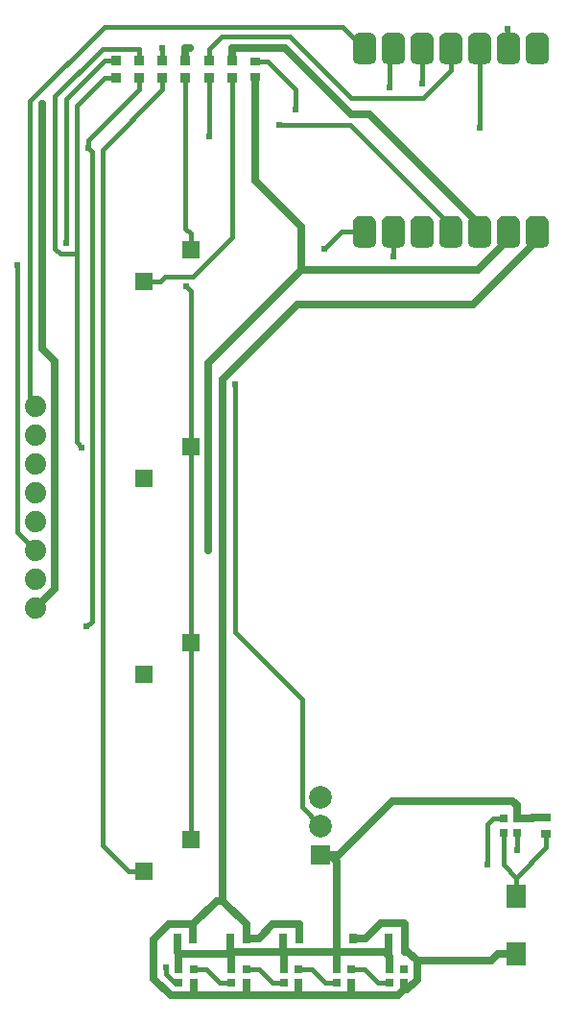
<source format=gtl>
G04 Layer: TopLayer*
G04 EasyEDA v6.5.15, 2022-09-14 21:09:58*
G04 b6703ba792d845058589b0d9c50fe8b8,8325645c73b1497a9d20913bdd0b9c8b,10*
G04 Gerber Generator version 0.2*
G04 Scale: 100 percent, Rotated: No, Reflected: No *
G04 Dimensions in millimeters *
G04 leading zeros omitted , absolute positions ,4 integer and 5 decimal *
%FSLAX45Y45*%
%MOMM*%

%AMMACRO1*21,1,$1,$2,0,0,$3*%
%ADD10C,0.7000*%
%ADD11C,0.4000*%
%ADD12MACRO1,0.864X0.8065X0.0000*%
%ADD13R,0.8640X0.8065*%
%ADD14MACRO1,1.62X2.0464X0.0000*%
%ADD15R,0.8000X0.9000*%
%ADD16R,0.8000X0.7000*%
%ADD17R,0.9000X0.8000*%
%ADD18R,0.7000X0.8000*%
%ADD19C,1.8796*%
%ADD20R,1.6000X1.6000*%
%ADD21C,2.0000*%
%ADD22R,1.8000X1.8000*%
%ADD23C,0.6100*%
%ADD24C,0.0108*%

%LPD*%
D10*
X241300Y-889000D02*
G01*
X413893Y-716406D01*
X413893Y1288973D01*
X303809Y1399057D01*
X303809Y3555364D01*
X4161485Y2427503D02*
G01*
X4161485Y2489580D01*
X3184931Y3466134D01*
X3029229Y3466134D01*
X2443911Y4051452D01*
X1974519Y4051452D01*
X1974519Y3936136D02*
G01*
X1974519Y4051452D01*
X2435301Y-3919626D02*
G01*
X2430170Y-3919626D01*
X2429992Y-3919448D01*
X2899663Y-3919626D02*
G01*
X2435301Y-3919626D01*
X2435301Y-3963847D02*
G01*
X2435301Y-3919626D01*
X2435301Y-4073855D02*
G01*
X2435301Y-3963847D01*
X2899663Y-3919626D02*
G01*
X2901797Y-3917492D01*
X2899663Y-4073855D02*
G01*
X2899663Y-3919626D01*
X2429992Y-3919448D02*
G01*
X1964131Y-3919448D01*
X2429992Y-3917314D02*
G01*
X2429992Y-3919448D01*
X2901797Y-3917492D02*
G01*
X3317646Y-3917492D01*
X3338245Y-3938066D01*
X2901797Y-3873144D02*
G01*
X2901797Y-3917492D01*
X3338245Y-3938066D02*
G01*
X3364001Y-3963847D01*
X3338245Y-3938066D02*
G01*
X3358997Y-3917314D01*
X3358997Y-3797300D02*
G01*
X3358997Y-3917314D01*
X3364001Y-4073855D02*
G01*
X3364001Y-3963847D01*
X1492097Y-3797300D02*
G01*
X1492097Y-3917314D01*
X1530121Y-3940352D02*
G01*
X1507083Y-3917314D01*
X1492097Y-3917314D01*
X1947468Y-3940352D02*
G01*
X1530121Y-3940352D01*
X1530121Y-3940352D02*
G01*
X1506626Y-3963847D01*
X1964131Y-3919448D02*
G01*
X1961997Y-3917314D01*
X1961997Y-3889882D01*
X1964131Y-3919448D02*
G01*
X1947468Y-3936111D01*
X1947468Y-3940352D01*
X1947468Y-3940352D02*
G01*
X1970963Y-3963847D01*
X1506626Y-4073855D02*
G01*
X1506626Y-3963847D01*
X2184400Y3493262D02*
G01*
X2184400Y3790797D01*
X2589225Y2093417D02*
G01*
X2589225Y2470353D01*
X2184400Y2875178D01*
X2184400Y3493262D01*
X1566976Y4051452D02*
G01*
X1604695Y4051452D01*
X1605508Y4050639D01*
X1566976Y3936136D02*
G01*
X1566976Y4051452D01*
X1769084Y-378993D02*
G01*
X1769084Y1273276D01*
X2589225Y2093417D01*
X2589225Y2093417D02*
G01*
X4145508Y2093417D01*
X4415485Y2363393D01*
X4415485Y2427503D01*
X1970963Y-4073855D02*
G01*
X1970963Y-3963847D01*
X2838399Y-3060700D02*
G01*
X2901797Y-3124098D01*
X2901797Y-3797300D01*
X2838399Y-3060700D02*
G01*
X2920898Y-3060700D01*
X2755900Y-3060700D02*
G01*
X2838399Y-3060700D01*
X2920898Y-3060700D02*
G01*
X3393947Y-2587650D01*
X4453254Y-2587650D01*
X4492294Y-2626690D01*
X4492294Y-2741701D02*
G01*
X4492294Y-2626690D01*
X2901797Y-3797300D02*
G01*
X2901797Y-3873144D01*
X4689805Y-2736697D02*
G01*
X4749800Y-2736697D01*
X1961997Y-3797300D02*
G01*
X1961997Y-3807510D01*
X1961997Y-3843578D02*
G01*
X1961997Y-3889882D01*
X1961997Y-3843578D02*
G01*
X1961997Y-3807510D01*
X2429992Y-3797300D02*
G01*
X2429992Y-3917314D01*
X4689805Y-2736697D02*
G01*
X4629784Y-2736697D01*
X4492294Y-2741701D02*
G01*
X4624781Y-2741701D01*
X4629784Y-2736697D01*
D11*
X241300Y-381000D02*
G01*
X78460Y-218160D01*
X78460Y2132634D01*
X2393695Y3370961D02*
G01*
X3020415Y3370961D01*
X3907510Y2483865D01*
X3907510Y2427503D01*
X3399510Y2427503D02*
G01*
X3399510Y2208961D01*
X3145510Y2427503D02*
G01*
X2946781Y2427503D01*
X2793847Y2274570D01*
X3653510Y4044010D02*
G01*
X3653510Y3737584D01*
X3399510Y4044010D02*
G01*
X3369995Y4014495D01*
X3369995Y3698722D01*
X3145510Y4044010D02*
G01*
X2951683Y4237837D01*
X851712Y4237837D01*
X194767Y3580892D01*
X194767Y935532D01*
X241300Y889000D01*
X955675Y3936136D02*
G01*
X852474Y3936136D01*
X512445Y2329357D02*
G01*
X512445Y3596106D01*
X852474Y3936136D01*
X1199895Y1990344D02*
G01*
X1339900Y1990344D01*
X1974519Y3785463D02*
G01*
X1974519Y2382926D01*
X1627911Y2036318D01*
X1385874Y2036318D01*
X1339900Y1990344D01*
D10*
X3609187Y-3999915D02*
G01*
X3526586Y-3917314D01*
X3499002Y-3917314D01*
X3493998Y-4248835D02*
G01*
X3521583Y-4248835D01*
X3609187Y-4161231D01*
X3609187Y-3999915D01*
X3609187Y-3999915D02*
G01*
X4266717Y-3999915D01*
X4327093Y-3939539D01*
X4483100Y-3939539D02*
G01*
X4327093Y-3939539D01*
X3029661Y-4303852D02*
G01*
X3029838Y-4304029D01*
X3438804Y-4304029D01*
X3493998Y-4248835D01*
X3499002Y-3797300D02*
G01*
X3499002Y-3917314D01*
X2100961Y-4304741D02*
G01*
X2564434Y-4304741D01*
X2565323Y-4303852D01*
X2100961Y-4304741D02*
G01*
X2100961Y-4303852D01*
X1636623Y-4303852D02*
G01*
X1637512Y-4304741D01*
X2100961Y-4304741D01*
X2565323Y-4193844D02*
G01*
X2565323Y-4303852D01*
X2565323Y-4303852D02*
G01*
X2565501Y-4304029D01*
X3029483Y-4304029D01*
X3029661Y-4303852D01*
X3029661Y-4193844D02*
G01*
X3029661Y-4303852D01*
X3493998Y-4193844D02*
G01*
X3493998Y-4248835D01*
X1891842Y-3467125D02*
G01*
X1842262Y-3467125D01*
X1632102Y-3677285D01*
X1632102Y-3677285D02*
G01*
X1631086Y-3676269D01*
X1418869Y-3676269D01*
X1284401Y-3810736D01*
X1284401Y-4155389D01*
X1433042Y-4304029D01*
X1636445Y-4304029D01*
X1636623Y-4303852D01*
X1891842Y-3467125D02*
G01*
X2102002Y-3677285D01*
X4669485Y2427503D02*
G01*
X4669485Y2354249D01*
X4103115Y1787880D01*
X2553106Y1787880D01*
X1891842Y1126617D01*
X1891842Y-3467125D01*
X3041802Y-3797300D02*
G01*
X3156813Y-3797300D01*
X3499002Y-3797300D02*
G01*
X3499002Y-3677285D01*
X3499002Y-3677285D02*
G01*
X3489045Y-3667328D01*
X3286785Y-3667328D01*
X3156813Y-3797300D01*
X2102002Y-3797300D02*
G01*
X2102002Y-3677285D01*
X2569997Y-3677285D02*
G01*
X2569819Y-3677107D01*
X2337206Y-3677107D01*
X2217013Y-3797300D01*
X1632102Y-3797300D02*
G01*
X1632102Y-3677285D01*
X1636623Y-4276420D02*
G01*
X1636623Y-4303852D01*
X1636623Y-4193844D02*
G01*
X1636623Y-4276420D01*
X2102002Y-3797300D02*
G01*
X2217013Y-3797300D01*
X2569997Y-3797300D02*
G01*
X2569997Y-3677285D01*
X2100961Y-4193844D02*
G01*
X2100961Y-4303852D01*
D11*
X4483100Y-3264128D02*
G01*
X4749800Y-2997428D01*
X4749800Y-2876702D01*
X4483100Y-3426460D02*
G01*
X4483100Y-3264128D01*
X4372305Y-2871698D02*
G01*
X4372305Y-3153333D01*
X4483100Y-3264128D01*
X3907510Y4044010D02*
G01*
X3907510Y3851503D01*
X3661181Y3605174D01*
X3024759Y3605174D01*
X2481783Y4148150D01*
X1882470Y4148150D01*
X1770761Y4036440D01*
X1770761Y3936136D02*
G01*
X1770761Y4036440D01*
X4372305Y-2741701D02*
G01*
X4277309Y-2741701D01*
X1770761Y3266567D02*
G01*
X1770761Y3785463D01*
X4277309Y-2741701D02*
G01*
X4227499Y-2791510D01*
X4227499Y-3151860D01*
X2755900Y-2806700D02*
G01*
X2594635Y-2645435D01*
X2594635Y-1691970D01*
X2002307Y-1099642D01*
X2002307Y1086865D01*
X4161485Y3343630D02*
G01*
X4161485Y4044010D01*
X2184400Y3930802D02*
G01*
X2289403Y3930802D01*
X2532811Y3505758D02*
G01*
X2532811Y3687394D01*
X2289403Y3930802D01*
X1613915Y536447D02*
G01*
X1613915Y-1196847D01*
X1613915Y536447D02*
G01*
X1613915Y1903755D01*
X1572005Y1945665D01*
X4415482Y4044007D02*
G01*
X4406900Y4052590D01*
X4406900Y4216400D01*
X1613915Y2269744D02*
G01*
X1613915Y2409748D01*
X1566976Y3785463D02*
G01*
X1566976Y2456687D01*
X1613915Y2409748D01*
X1613915Y-2930144D02*
G01*
X1613915Y-1196847D01*
X3364001Y-4193844D02*
G01*
X3264001Y-4193844D01*
X3029661Y-4073855D02*
G01*
X3144011Y-4073855D01*
X3264001Y-4193844D01*
X694791Y-1050874D02*
G01*
X740562Y-1005103D01*
X740562Y3134944D01*
X707517Y3167989D01*
X1159459Y3685159D02*
G01*
X707517Y3233216D01*
X707517Y3167989D01*
X1363218Y4036440D02*
G01*
X1363218Y4047388D01*
X1363218Y3936136D02*
G01*
X1363218Y4036440D01*
X1159459Y3785463D02*
G01*
X1159459Y3685159D01*
X4492294Y-3026079D02*
G01*
X4492294Y-2871698D01*
X1506626Y-4193844D02*
G01*
X1466545Y-4193844D01*
X1390065Y-4117365D01*
X1390065Y-4054144D01*
X1970963Y-4193844D02*
G01*
X1870963Y-4193844D01*
X1870963Y-4193844D02*
G01*
X1750974Y-4073855D01*
X1636623Y-4073855D01*
X2435301Y-4193844D02*
G01*
X2335326Y-4193844D01*
X2335326Y-4193844D02*
G01*
X2215337Y-4073855D01*
X2100961Y-4073855D01*
X2899663Y-4193844D02*
G01*
X2799664Y-4193844D01*
X2799664Y-4193844D02*
G01*
X2679674Y-4073855D01*
X2565323Y-4073855D01*
X604672Y2234158D02*
G01*
X462178Y2234158D01*
X415112Y2281224D01*
X415112Y3620668D01*
X831062Y4036618D01*
X1159281Y4036618D01*
X1159459Y4036440D01*
X852474Y3785463D02*
G01*
X604672Y3537661D01*
X604672Y2234158D01*
X649909Y529183D02*
G01*
X604672Y574420D01*
X604672Y2234158D01*
X1159459Y3936136D02*
G01*
X1159459Y4036440D01*
X955675Y3785463D02*
G01*
X852474Y3785463D01*
X1059891Y-3209544D02*
G01*
X830783Y-2980436D01*
X830783Y3152724D01*
X1363218Y3685159D01*
X1363218Y3785463D02*
G01*
X1363218Y3685159D01*
X1199895Y-3209544D02*
G01*
X1059891Y-3209544D01*
D12*
G01*
X1974527Y3936124D03*
D13*
G01*
X1974519Y3785463D03*
D14*
G01*
X4483102Y-3939545D03*
G01*
X4483102Y-3426449D03*
D12*
G01*
X1770755Y3936124D03*
D13*
G01*
X1770761Y3785463D03*
G36*
X3195497Y4181500D02*
G01*
X3201517Y4181144D01*
X3207461Y4180052D01*
X3213227Y4178249D01*
X3218738Y4175785D01*
X3223895Y4172661D01*
X3228644Y4168927D01*
X3232937Y4164660D01*
X3236645Y4159910D01*
X3239770Y4154728D01*
X3242259Y4149242D01*
X3244037Y4143476D01*
X3245129Y4137532D01*
X3245510Y4131487D01*
X3245510Y3956507D01*
X3245129Y3950462D01*
X3244037Y3944543D01*
X3242259Y3938778D01*
X3239770Y3933266D01*
X3236645Y3928084D01*
X3232937Y3923334D01*
X3228644Y3919067D01*
X3223895Y3915359D01*
X3218738Y3912235D01*
X3213227Y3909745D01*
X3207461Y3907942D01*
X3201517Y3906875D01*
X3195497Y3906494D01*
X3095497Y3906494D01*
X3089478Y3906875D01*
X3083534Y3907942D01*
X3077768Y3909745D01*
X3072256Y3912235D01*
X3067100Y3915359D01*
X3062350Y3919067D01*
X3058083Y3923334D01*
X3054350Y3928084D01*
X3051225Y3933266D01*
X3048736Y3938778D01*
X3046958Y3944543D01*
X3045866Y3950462D01*
X3045510Y3956507D01*
X3045510Y4131487D01*
X3045866Y4137532D01*
X3046958Y4143476D01*
X3048736Y4149242D01*
X3051225Y4154728D01*
X3054350Y4159910D01*
X3058083Y4164660D01*
X3062350Y4168927D01*
X3067100Y4172661D01*
X3072256Y4175785D01*
X3077768Y4178249D01*
X3083534Y4180052D01*
X3089478Y4181144D01*
X3095497Y4181500D01*
G37*
G36*
X3449497Y4181500D02*
G01*
X3455517Y4181144D01*
X3461461Y4180052D01*
X3467227Y4178249D01*
X3472738Y4175785D01*
X3477895Y4172661D01*
X3482644Y4168927D01*
X3486911Y4164660D01*
X3490645Y4159910D01*
X3493770Y4154728D01*
X3496259Y4149242D01*
X3498037Y4143476D01*
X3499129Y4137532D01*
X3499510Y4131487D01*
X3499510Y3956507D01*
X3499129Y3950462D01*
X3498037Y3944543D01*
X3496259Y3938778D01*
X3493770Y3933266D01*
X3490645Y3928084D01*
X3486911Y3923334D01*
X3482644Y3919067D01*
X3477895Y3915359D01*
X3472738Y3912235D01*
X3467227Y3909745D01*
X3461461Y3907942D01*
X3455517Y3906875D01*
X3449497Y3906494D01*
X3349497Y3906494D01*
X3343478Y3906875D01*
X3337534Y3907942D01*
X3331768Y3909745D01*
X3326256Y3912235D01*
X3321100Y3915359D01*
X3316350Y3919067D01*
X3312083Y3923334D01*
X3308350Y3928084D01*
X3305225Y3933266D01*
X3302736Y3938778D01*
X3300958Y3944543D01*
X3299866Y3950462D01*
X3299510Y3956507D01*
X3299510Y4131487D01*
X3299866Y4137532D01*
X3300958Y4143476D01*
X3302736Y4149242D01*
X3305225Y4154728D01*
X3308350Y4159910D01*
X3312083Y4164660D01*
X3316350Y4168927D01*
X3321100Y4172661D01*
X3326256Y4175785D01*
X3331768Y4178249D01*
X3337534Y4180052D01*
X3343478Y4181144D01*
X3349497Y4181500D01*
G37*
G36*
X3703497Y4181500D02*
G01*
X3709517Y4181144D01*
X3715461Y4180052D01*
X3721227Y4178249D01*
X3726738Y4175785D01*
X3731895Y4172661D01*
X3736644Y4168927D01*
X3740911Y4164660D01*
X3744645Y4159910D01*
X3747770Y4154728D01*
X3750259Y4149242D01*
X3752037Y4143476D01*
X3753129Y4137532D01*
X3753510Y4131487D01*
X3753510Y3956507D01*
X3753129Y3950462D01*
X3752037Y3944543D01*
X3750259Y3938778D01*
X3747770Y3933266D01*
X3744645Y3928084D01*
X3740911Y3923334D01*
X3736644Y3919067D01*
X3731895Y3915359D01*
X3726738Y3912235D01*
X3721227Y3909745D01*
X3715461Y3907942D01*
X3709517Y3906875D01*
X3703497Y3906494D01*
X3603497Y3906494D01*
X3597478Y3906875D01*
X3591534Y3907942D01*
X3585768Y3909745D01*
X3580256Y3912235D01*
X3575100Y3915359D01*
X3570350Y3919067D01*
X3566083Y3923334D01*
X3562350Y3928084D01*
X3559225Y3933266D01*
X3556736Y3938778D01*
X3554958Y3944543D01*
X3553866Y3950462D01*
X3553510Y3956507D01*
X3553510Y4131487D01*
X3553866Y4137532D01*
X3554958Y4143476D01*
X3556736Y4149242D01*
X3559225Y4154728D01*
X3562350Y4159910D01*
X3566083Y4164660D01*
X3570350Y4168927D01*
X3575100Y4172661D01*
X3580256Y4175785D01*
X3585768Y4178249D01*
X3591534Y4180052D01*
X3597478Y4181144D01*
X3603497Y4181500D01*
G37*
G36*
X3957497Y4181500D02*
G01*
X3963517Y4181144D01*
X3969461Y4180052D01*
X3975227Y4178249D01*
X3980738Y4175785D01*
X3985895Y4172661D01*
X3990644Y4168927D01*
X3994911Y4164660D01*
X3998645Y4159910D01*
X4001770Y4154728D01*
X4004259Y4149242D01*
X4006037Y4143476D01*
X4007129Y4137532D01*
X4007510Y4131487D01*
X4007510Y3956507D01*
X4007129Y3950462D01*
X4006037Y3944543D01*
X4004259Y3938778D01*
X4001770Y3933266D01*
X3998645Y3928084D01*
X3994911Y3923334D01*
X3990644Y3919067D01*
X3985895Y3915359D01*
X3980738Y3912235D01*
X3975227Y3909745D01*
X3969461Y3907942D01*
X3963517Y3906875D01*
X3957497Y3906494D01*
X3857497Y3906494D01*
X3851478Y3906875D01*
X3845534Y3907942D01*
X3839768Y3909745D01*
X3834256Y3912235D01*
X3829100Y3915359D01*
X3824350Y3919067D01*
X3820083Y3923334D01*
X3816350Y3928084D01*
X3813225Y3933266D01*
X3810736Y3938778D01*
X3808958Y3944543D01*
X3807866Y3950462D01*
X3807485Y3956507D01*
X3807485Y4131487D01*
X3807866Y4137532D01*
X3808958Y4143476D01*
X3810736Y4149242D01*
X3813225Y4154728D01*
X3816350Y4159910D01*
X3820083Y4164660D01*
X3824350Y4168927D01*
X3829100Y4172661D01*
X3834256Y4175785D01*
X3839768Y4178249D01*
X3845534Y4180052D01*
X3851478Y4181144D01*
X3857497Y4181500D01*
G37*
G36*
X4211497Y4181500D02*
G01*
X4217517Y4181144D01*
X4223461Y4180052D01*
X4229227Y4178249D01*
X4234738Y4175785D01*
X4239895Y4172661D01*
X4244644Y4168927D01*
X4248911Y4164660D01*
X4252645Y4159910D01*
X4255770Y4154728D01*
X4258259Y4149242D01*
X4260037Y4143476D01*
X4261129Y4137532D01*
X4261484Y4131487D01*
X4261484Y3956507D01*
X4261129Y3950462D01*
X4260037Y3944543D01*
X4258259Y3938778D01*
X4255770Y3933266D01*
X4252645Y3928084D01*
X4248911Y3923334D01*
X4244644Y3919067D01*
X4239895Y3915359D01*
X4234738Y3912235D01*
X4229227Y3909745D01*
X4223461Y3907942D01*
X4217517Y3906875D01*
X4211497Y3906494D01*
X4111497Y3906494D01*
X4105478Y3906875D01*
X4099534Y3907942D01*
X4093768Y3909745D01*
X4088256Y3912235D01*
X4083100Y3915359D01*
X4078350Y3919067D01*
X4074083Y3923334D01*
X4070350Y3928084D01*
X4067225Y3933266D01*
X4064736Y3938778D01*
X4062958Y3944543D01*
X4061866Y3950462D01*
X4061485Y3956507D01*
X4061485Y4131487D01*
X4061866Y4137532D01*
X4062958Y4143476D01*
X4064736Y4149242D01*
X4067225Y4154728D01*
X4070350Y4159910D01*
X4074083Y4164660D01*
X4078350Y4168927D01*
X4083100Y4172661D01*
X4088256Y4175785D01*
X4093768Y4178249D01*
X4099534Y4180052D01*
X4105478Y4181144D01*
X4111497Y4181500D01*
G37*
G36*
X4465497Y4181500D02*
G01*
X4471517Y4181144D01*
X4477461Y4180052D01*
X4483227Y4178249D01*
X4488738Y4175785D01*
X4493895Y4172661D01*
X4498644Y4168927D01*
X4502911Y4164660D01*
X4506645Y4159910D01*
X4509770Y4154728D01*
X4512259Y4149242D01*
X4514037Y4143476D01*
X4515129Y4137532D01*
X4515484Y4131487D01*
X4515484Y3956507D01*
X4515129Y3950462D01*
X4514037Y3944543D01*
X4512259Y3938778D01*
X4509770Y3933266D01*
X4506645Y3928084D01*
X4502911Y3923334D01*
X4498644Y3919067D01*
X4493895Y3915359D01*
X4488738Y3912235D01*
X4483227Y3909745D01*
X4477461Y3907942D01*
X4471517Y3906875D01*
X4465497Y3906494D01*
X4365497Y3906494D01*
X4359478Y3906875D01*
X4353534Y3907942D01*
X4347768Y3909745D01*
X4342256Y3912235D01*
X4337100Y3915359D01*
X4332350Y3919067D01*
X4328083Y3923334D01*
X4324350Y3928084D01*
X4321225Y3933266D01*
X4318736Y3938778D01*
X4316958Y3944543D01*
X4315866Y3950462D01*
X4315485Y3956507D01*
X4315485Y4131487D01*
X4315866Y4137532D01*
X4316958Y4143476D01*
X4318736Y4149242D01*
X4321225Y4154728D01*
X4324350Y4159910D01*
X4328083Y4164660D01*
X4332350Y4168927D01*
X4337100Y4172661D01*
X4342256Y4175785D01*
X4347768Y4178249D01*
X4353534Y4180052D01*
X4359478Y4181144D01*
X4365497Y4181500D01*
G37*
G36*
X4719497Y4181500D02*
G01*
X4725517Y4181144D01*
X4731461Y4180052D01*
X4737227Y4178249D01*
X4742738Y4175785D01*
X4747895Y4172661D01*
X4752644Y4168927D01*
X4756911Y4164660D01*
X4760645Y4159910D01*
X4763770Y4154728D01*
X4766259Y4149242D01*
X4768037Y4143476D01*
X4769129Y4137532D01*
X4769484Y4131487D01*
X4769484Y3956507D01*
X4769129Y3950462D01*
X4768037Y3944543D01*
X4766259Y3938778D01*
X4763770Y3933266D01*
X4760645Y3928084D01*
X4756911Y3923334D01*
X4752644Y3919067D01*
X4747895Y3915359D01*
X4742738Y3912235D01*
X4737227Y3909745D01*
X4731461Y3907942D01*
X4725517Y3906875D01*
X4719497Y3906494D01*
X4619497Y3906494D01*
X4613478Y3906875D01*
X4607534Y3907942D01*
X4601768Y3909745D01*
X4596256Y3912235D01*
X4591100Y3915359D01*
X4586350Y3919067D01*
X4582058Y3923334D01*
X4578350Y3928084D01*
X4575225Y3933266D01*
X4572736Y3938778D01*
X4570958Y3944543D01*
X4569866Y3950462D01*
X4569485Y3956507D01*
X4569485Y4131487D01*
X4569866Y4137532D01*
X4570958Y4143476D01*
X4572736Y4149242D01*
X4575225Y4154728D01*
X4578350Y4159910D01*
X4582058Y4164660D01*
X4586350Y4168927D01*
X4591100Y4172661D01*
X4596256Y4175785D01*
X4601768Y4178249D01*
X4607534Y4180052D01*
X4613478Y4181144D01*
X4619497Y4181500D01*
G37*
G36*
X3195497Y2564993D02*
G01*
X3201517Y2564637D01*
X3207461Y2563545D01*
X3213227Y2561742D01*
X3218738Y2559278D01*
X3223895Y2556154D01*
X3228644Y2552420D01*
X3232937Y2548153D01*
X3236645Y2543403D01*
X3239770Y2538247D01*
X3242259Y2532735D01*
X3244037Y2526969D01*
X3245129Y2521026D01*
X3245510Y2515006D01*
X3245510Y2340000D01*
X3245129Y2333980D01*
X3244037Y2328037D01*
X3242259Y2322271D01*
X3239770Y2316759D01*
X3236645Y2311603D01*
X3232937Y2306853D01*
X3228644Y2302586D01*
X3223895Y2298852D01*
X3218738Y2295728D01*
X3213227Y2293264D01*
X3207461Y2291461D01*
X3201517Y2290368D01*
X3195497Y2290013D01*
X3095497Y2290013D01*
X3089478Y2290368D01*
X3083534Y2291461D01*
X3077768Y2293264D01*
X3072256Y2295728D01*
X3067100Y2298852D01*
X3062350Y2302586D01*
X3058083Y2306853D01*
X3054350Y2311603D01*
X3051225Y2316759D01*
X3048736Y2322271D01*
X3046958Y2328037D01*
X3045866Y2333980D01*
X3045510Y2340000D01*
X3045510Y2515006D01*
X3045866Y2521026D01*
X3046958Y2526969D01*
X3048736Y2532735D01*
X3051225Y2538247D01*
X3054350Y2543403D01*
X3058083Y2548153D01*
X3062350Y2552420D01*
X3067100Y2556154D01*
X3072256Y2559278D01*
X3077768Y2561742D01*
X3083534Y2563545D01*
X3089478Y2564637D01*
X3095497Y2564993D01*
G37*
G36*
X3449497Y2564993D02*
G01*
X3455517Y2564637D01*
X3461461Y2563545D01*
X3467227Y2561742D01*
X3472738Y2559278D01*
X3477895Y2556154D01*
X3482644Y2552420D01*
X3486911Y2548153D01*
X3490645Y2543403D01*
X3493770Y2538247D01*
X3496259Y2532735D01*
X3498037Y2526969D01*
X3499129Y2521026D01*
X3499510Y2515006D01*
X3499510Y2340000D01*
X3499129Y2333980D01*
X3498037Y2328037D01*
X3496259Y2322271D01*
X3493770Y2316759D01*
X3490645Y2311603D01*
X3486911Y2306853D01*
X3482644Y2302586D01*
X3477895Y2298852D01*
X3472738Y2295728D01*
X3467227Y2293264D01*
X3461461Y2291461D01*
X3455517Y2290368D01*
X3449497Y2290013D01*
X3349497Y2290013D01*
X3343478Y2290368D01*
X3337534Y2291461D01*
X3331768Y2293264D01*
X3326256Y2295728D01*
X3321100Y2298852D01*
X3316350Y2302586D01*
X3312083Y2306853D01*
X3308350Y2311603D01*
X3305225Y2316759D01*
X3302736Y2322271D01*
X3300958Y2328037D01*
X3299866Y2333980D01*
X3299510Y2340000D01*
X3299510Y2515006D01*
X3299866Y2521026D01*
X3300958Y2526969D01*
X3302736Y2532735D01*
X3305225Y2538247D01*
X3308350Y2543403D01*
X3312083Y2548153D01*
X3316350Y2552420D01*
X3321100Y2556154D01*
X3326256Y2559278D01*
X3331768Y2561742D01*
X3337534Y2563545D01*
X3343478Y2564637D01*
X3349497Y2564993D01*
G37*
G36*
X3703497Y2564993D02*
G01*
X3709517Y2564637D01*
X3715461Y2563545D01*
X3721227Y2561742D01*
X3726738Y2559278D01*
X3731895Y2556154D01*
X3736644Y2552420D01*
X3740911Y2548153D01*
X3744645Y2543403D01*
X3747770Y2538247D01*
X3750259Y2532735D01*
X3752037Y2526969D01*
X3753129Y2521026D01*
X3753510Y2515006D01*
X3753510Y2340000D01*
X3753129Y2333980D01*
X3752037Y2328037D01*
X3750259Y2322271D01*
X3747770Y2316759D01*
X3744645Y2311603D01*
X3740911Y2306853D01*
X3736644Y2302586D01*
X3731895Y2298852D01*
X3726738Y2295728D01*
X3721227Y2293264D01*
X3715461Y2291461D01*
X3709517Y2290368D01*
X3703497Y2290013D01*
X3603497Y2290013D01*
X3597478Y2290368D01*
X3591534Y2291461D01*
X3585768Y2293264D01*
X3580256Y2295728D01*
X3575100Y2298852D01*
X3570350Y2302586D01*
X3566083Y2306853D01*
X3562350Y2311603D01*
X3559225Y2316759D01*
X3556736Y2322271D01*
X3554958Y2328037D01*
X3553866Y2333980D01*
X3553510Y2340000D01*
X3553510Y2515006D01*
X3553866Y2521026D01*
X3554958Y2526969D01*
X3556736Y2532735D01*
X3559225Y2538247D01*
X3562350Y2543403D01*
X3566083Y2548153D01*
X3570350Y2552420D01*
X3575100Y2556154D01*
X3580256Y2559278D01*
X3585768Y2561742D01*
X3591534Y2563545D01*
X3597478Y2564637D01*
X3603497Y2564993D01*
G37*
G36*
X3957497Y2564993D02*
G01*
X3963517Y2564637D01*
X3969461Y2563545D01*
X3975227Y2561742D01*
X3980738Y2559278D01*
X3985895Y2556154D01*
X3990644Y2552420D01*
X3994911Y2548153D01*
X3998645Y2543403D01*
X4001770Y2538247D01*
X4004259Y2532735D01*
X4006037Y2526969D01*
X4007129Y2521026D01*
X4007510Y2515006D01*
X4007510Y2340000D01*
X4007129Y2333980D01*
X4006037Y2328037D01*
X4004259Y2322271D01*
X4001770Y2316759D01*
X3998645Y2311603D01*
X3994911Y2306853D01*
X3990644Y2302586D01*
X3985895Y2298852D01*
X3980738Y2295728D01*
X3975227Y2293264D01*
X3969461Y2291461D01*
X3963517Y2290368D01*
X3957497Y2290013D01*
X3857497Y2290013D01*
X3851478Y2290368D01*
X3845534Y2291461D01*
X3839768Y2293264D01*
X3834256Y2295728D01*
X3829100Y2298852D01*
X3824350Y2302586D01*
X3820083Y2306853D01*
X3816350Y2311603D01*
X3813225Y2316759D01*
X3810736Y2322271D01*
X3808958Y2328037D01*
X3807866Y2333980D01*
X3807485Y2340000D01*
X3807485Y2515006D01*
X3807866Y2521026D01*
X3808958Y2526969D01*
X3810736Y2532735D01*
X3813225Y2538247D01*
X3816350Y2543403D01*
X3820083Y2548153D01*
X3824350Y2552420D01*
X3829100Y2556154D01*
X3834256Y2559278D01*
X3839768Y2561742D01*
X3845534Y2563545D01*
X3851478Y2564637D01*
X3857497Y2564993D01*
G37*
G36*
X4211497Y2564993D02*
G01*
X4217517Y2564637D01*
X4223461Y2563545D01*
X4229227Y2561742D01*
X4234738Y2559278D01*
X4239895Y2556154D01*
X4244644Y2552420D01*
X4248911Y2548153D01*
X4252645Y2543403D01*
X4255770Y2538247D01*
X4258259Y2532735D01*
X4260037Y2526969D01*
X4261129Y2521026D01*
X4261484Y2515006D01*
X4261484Y2340000D01*
X4261129Y2333980D01*
X4260037Y2328037D01*
X4258259Y2322271D01*
X4255770Y2316759D01*
X4252645Y2311603D01*
X4248911Y2306853D01*
X4244644Y2302586D01*
X4239895Y2298852D01*
X4234738Y2295728D01*
X4229227Y2293264D01*
X4223461Y2291461D01*
X4217517Y2290368D01*
X4211497Y2290013D01*
X4111497Y2290013D01*
X4105478Y2290368D01*
X4099534Y2291461D01*
X4093768Y2293264D01*
X4088256Y2295728D01*
X4083100Y2298852D01*
X4078350Y2302586D01*
X4074083Y2306853D01*
X4070350Y2311603D01*
X4067225Y2316759D01*
X4064736Y2322271D01*
X4062958Y2328037D01*
X4061866Y2333980D01*
X4061485Y2340000D01*
X4061485Y2515006D01*
X4061866Y2521026D01*
X4062958Y2526969D01*
X4064736Y2532735D01*
X4067225Y2538247D01*
X4070350Y2543403D01*
X4074083Y2548153D01*
X4078350Y2552420D01*
X4083100Y2556154D01*
X4088256Y2559278D01*
X4093768Y2561742D01*
X4099534Y2563545D01*
X4105478Y2564637D01*
X4111497Y2564993D01*
G37*
G36*
X4465497Y2564993D02*
G01*
X4471517Y2564637D01*
X4477461Y2563545D01*
X4483227Y2561742D01*
X4488738Y2559278D01*
X4493895Y2556154D01*
X4498644Y2552420D01*
X4502911Y2548153D01*
X4506645Y2543403D01*
X4509770Y2538247D01*
X4512259Y2532735D01*
X4514037Y2526969D01*
X4515129Y2521026D01*
X4515484Y2515006D01*
X4515484Y2340000D01*
X4515129Y2333980D01*
X4514037Y2328037D01*
X4512259Y2322271D01*
X4509770Y2316759D01*
X4506645Y2311603D01*
X4502911Y2306853D01*
X4498644Y2302586D01*
X4493895Y2298852D01*
X4488738Y2295728D01*
X4483227Y2293264D01*
X4477461Y2291461D01*
X4471517Y2290368D01*
X4465497Y2290013D01*
X4365497Y2290013D01*
X4359478Y2290368D01*
X4353534Y2291461D01*
X4347768Y2293264D01*
X4342256Y2295728D01*
X4337100Y2298852D01*
X4332350Y2302586D01*
X4328083Y2306853D01*
X4324350Y2311603D01*
X4321225Y2316759D01*
X4318736Y2322271D01*
X4316958Y2328037D01*
X4315866Y2333980D01*
X4315485Y2340000D01*
X4315485Y2515006D01*
X4315866Y2521026D01*
X4316958Y2526969D01*
X4318736Y2532735D01*
X4321225Y2538247D01*
X4324350Y2543403D01*
X4328083Y2548153D01*
X4332350Y2552420D01*
X4337100Y2556154D01*
X4342256Y2559278D01*
X4347768Y2561742D01*
X4353534Y2563545D01*
X4359478Y2564637D01*
X4365497Y2564993D01*
G37*
G36*
X4719497Y2564993D02*
G01*
X4725517Y2564637D01*
X4731461Y2563545D01*
X4737227Y2561742D01*
X4742738Y2559278D01*
X4747895Y2556154D01*
X4752644Y2552420D01*
X4756911Y2548153D01*
X4760645Y2543403D01*
X4763770Y2538247D01*
X4766259Y2532735D01*
X4768037Y2526969D01*
X4769129Y2521026D01*
X4769484Y2515006D01*
X4769484Y2340000D01*
X4769129Y2333980D01*
X4768037Y2328037D01*
X4766259Y2322271D01*
X4763770Y2316759D01*
X4760645Y2311603D01*
X4756911Y2306853D01*
X4752644Y2302586D01*
X4747895Y2298852D01*
X4742738Y2295728D01*
X4737227Y2293264D01*
X4731461Y2291461D01*
X4725517Y2290368D01*
X4719497Y2290013D01*
X4619497Y2290013D01*
X4613478Y2290368D01*
X4607534Y2291461D01*
X4601768Y2293264D01*
X4596256Y2295728D01*
X4591100Y2298852D01*
X4586350Y2302586D01*
X4582058Y2306853D01*
X4578350Y2311603D01*
X4575225Y2316759D01*
X4572736Y2322271D01*
X4570958Y2328037D01*
X4569866Y2333980D01*
X4569485Y2340000D01*
X4569485Y2515006D01*
X4569866Y2521026D01*
X4570958Y2526969D01*
X4572736Y2532735D01*
X4575225Y2538247D01*
X4578350Y2543403D01*
X4582058Y2548153D01*
X4586350Y2552420D01*
X4591100Y2556154D01*
X4596256Y2559278D01*
X4601768Y2561742D01*
X4607534Y2563545D01*
X4613478Y2564637D01*
X4619497Y2564993D01*
G37*
D15*
G01*
X3358997Y-3797300D03*
G01*
X3499002Y-3797300D03*
D16*
G01*
X3364001Y-4073855D03*
G01*
X3493998Y-4073855D03*
G01*
X3493998Y-4193844D03*
G01*
X3364001Y-4193844D03*
D17*
G01*
X2184400Y3790797D03*
G01*
X2184400Y3930802D03*
G01*
X4749800Y-2736697D03*
G01*
X4749800Y-2876702D03*
D15*
G01*
X1492097Y-3797300D03*
G01*
X1632102Y-3797300D03*
G01*
X1961997Y-3797300D03*
G01*
X2102002Y-3797300D03*
G01*
X2429992Y-3797300D03*
G01*
X2569997Y-3797300D03*
G01*
X2901797Y-3797300D03*
G01*
X3041802Y-3797300D03*
D18*
G01*
X4492294Y-2741701D03*
G01*
X4492294Y-2871698D03*
G01*
X4372305Y-2871698D03*
G01*
X4372305Y-2741701D03*
D16*
G01*
X1506626Y-4073855D03*
G01*
X1636623Y-4073855D03*
G01*
X1636623Y-4193844D03*
G01*
X1506626Y-4193844D03*
G01*
X1970963Y-4073855D03*
G01*
X2100961Y-4073855D03*
G01*
X2100961Y-4193844D03*
G01*
X1970963Y-4193844D03*
G01*
X2435301Y-4073855D03*
G01*
X2565323Y-4073855D03*
G01*
X2565323Y-4193844D03*
G01*
X2435301Y-4193844D03*
G01*
X2899663Y-4073855D03*
G01*
X3029661Y-4073855D03*
G01*
X3029661Y-4193844D03*
G01*
X2899663Y-4193844D03*
D12*
G01*
X955675Y3936124D03*
D13*
G01*
X955675Y3785463D03*
D12*
G01*
X1159446Y3936124D03*
D13*
G01*
X1159459Y3785463D03*
D12*
G01*
X1363215Y3936124D03*
D13*
G01*
X1363218Y3785463D03*
D12*
G01*
X1566986Y3936124D03*
D13*
G01*
X1566976Y3785463D03*
D19*
G01*
X241300Y-889000D03*
G01*
X241300Y-635000D03*
G01*
X241300Y-381000D03*
G01*
X241300Y-127000D03*
G01*
X241300Y127000D03*
G01*
X241300Y381000D03*
G01*
X241300Y635000D03*
G01*
X241300Y889000D03*
D20*
G01*
X1613915Y-1196847D03*
G01*
X1199895Y-1476247D03*
G01*
X1613915Y2269744D03*
G01*
X1199895Y1990344D03*
G01*
X1613915Y536447D03*
G01*
X1199895Y257047D03*
G01*
X1613915Y-2930144D03*
G01*
X1199895Y-3209544D03*
D21*
G01*
X2755900Y-2552700D03*
G01*
X2755900Y-2806700D03*
D22*
G01*
X2755900Y-3060700D03*
D23*
G01*
X1974519Y4051452D03*
G01*
X303809Y3555364D03*
G01*
X1605508Y4050639D03*
G01*
X2184400Y3493262D03*
G01*
X1769084Y-378993D03*
G01*
X2393695Y3370961D03*
G01*
X78460Y2132634D03*
G01*
X3399510Y2208961D03*
G01*
X2793847Y2274570D03*
G01*
X3653510Y3737584D03*
G01*
X3369995Y3698722D03*
G01*
X512445Y2329357D03*
G01*
X1770761Y3266567D03*
G01*
X4227499Y-3151860D03*
G01*
X4161485Y3343630D03*
G01*
X2002307Y1086865D03*
G01*
X2532811Y3505758D03*
G01*
X1572005Y1945665D03*
G01*
X4406900Y4216400D03*
G01*
X694791Y-1050874D03*
G01*
X707517Y3167989D03*
G01*
X1363218Y4047388D03*
G01*
X4492294Y-3026079D03*
G01*
X1390065Y-4054144D03*
G01*
X649909Y529183D03*
M02*

</source>
